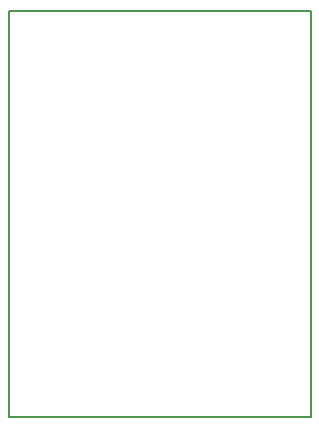
<source format=gm1>
G04 MADE WITH FRITZING*
G04 WWW.FRITZING.ORG*
G04 DOUBLE SIDED*
G04 HOLES PLATED*
G04 CONTOUR ON CENTER OF CONTOUR VECTOR*
%ASAXBY*%
%FSLAX23Y23*%
%MOIN*%
%OFA0B0*%
%SFA1.0B1.0*%
%ADD10R,1.014380X1.359050*%
%ADD11C,0.008000*%
%ADD10C,0.008*%
%LNCONTOUR*%
G90*
G70*
G54D10*
G54D11*
X4Y1355D02*
X1010Y1355D01*
X1010Y4D01*
X4Y4D01*
X4Y1355D01*
D02*
G04 End of contour*
M02*
</source>
